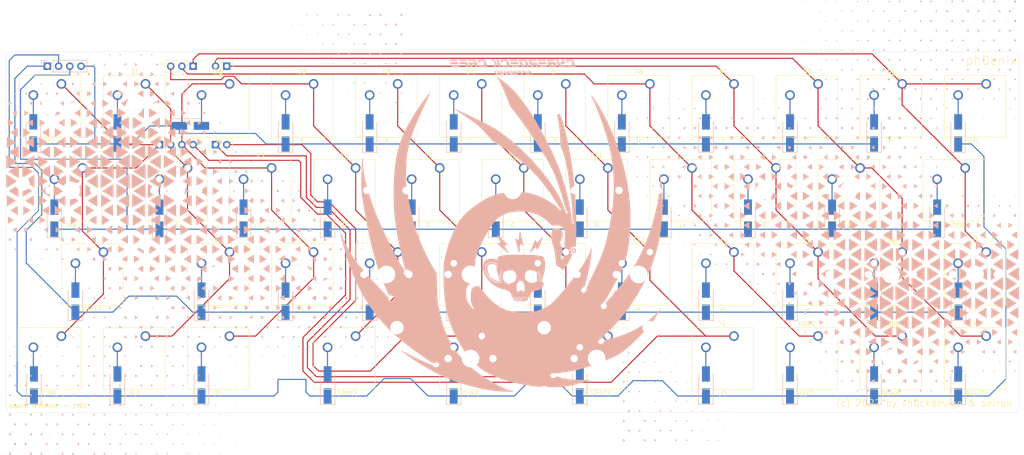
<source format=kicad_pcb>
(kicad_pcb (version 20211014) (generator pcbnew)
  (title_block (title "ph0enix") (date "2022-06-21") (rev "1.01") (company "sh0ckdesign") (comment 1 "with help from pelrun"))
  (layers (0 "F.Cu" signal) (31 "B.Cu" signal) (34 "B.Paste" user) (35 "F.Paste" user) (36 "B.SilkS" user "B.Silkscreen") (37 "F.SilkS" user "F.Silkscreen") (38 "B.Mask" user) (39 "F.Mask" user) (44 "Edge.Cuts" user))
  (net 0 "")
  (net 1 "/Row_0")
  (net 2 "/Row_1")
  (net 3 "/Row_2")
  (net 4 "/Row_3")
  (net 5 "/Col_0")
  (net 6 "/Col_1")
  (net 7 "/Col_2")
  (net 8 "/Col_3")
  (net 9 "/Col_4")
  (net 10 "/Col_5")
  (net 11 "/Col_6")
  (net 12 "/Col_7")
  (net 13 "/Col_8")
  (net 14 "/Col_9")
  (net 15 "/Col_10")
  (net 16 "Net-(D0-Pad2)")
  (net 17 "Net-(D1-Pad2)")
  (net 18 "Net-(D2-Pad2)")
  (net 19 "Net-(D3-Pad2)")
  (net 20 "Net-(D4-Pad2)")
  (net 21 "Net-(D5-Pad2)")
  (net 22 "Net-(D6-Pad2)")
  (net 23 "Net-(D7-Pad2)")
  (net 24 "Net-(D8-Pad2)")
  (net 25 "Net-(D9-Pad2)")
  (net 26 "Net-(D10-Pad2)")
  (net 27 "Net-(D11-Pad2)")
  (net 28 "Net-(D12-Pad2)")
  (net 29 "Net-(D13-Pad2)")
  (net 30 "Net-(D14-Pad2)")
  (net 31 "Net-(D15-Pad2)")
  (net 32 "Net-(D16-Pad2)")
  (net 33 "Net-(D17-Pad2)")
  (net 34 "Net-(D18-Pad2)")
  (net 35 "Net-(D19-Pad2)")
  (net 36 "Net-(D20-Pad2)")
  (net 37 "Net-(D21-Pad2)")
  (net 38 "Net-(D22-Pad2)")
  (net 39 "Net-(D23-Pad2)")
  (net 40 "Net-(D24-Pad2)")
  (net 41 "Net-(D25-Pad2)")
  (net 42 "Net-(D26-Pad2)")
  (net 43 "Net-(D27-Pad2)")
  (net 44 "Net-(D28-Pad2)")
  (net 45 "Net-(D29-Pad2)")
  (net 46 "Net-(D30-Pad2)")
  (net 47 "Net-(D31-Pad2)")
  (net 48 "Net-(D32-Pad2)")
  (net 49 "Net-(D33-Pad2)")
  (net 50 "Net-(D34-Pad2)")
  (net 51 "Net-(D35-Pad2)")
  (net 52 "Net-(D36-Pad2)")
  (net 53 "Net-(D37-Pad2)")
  (net 54 "Net-(D38-Pad2)")
  (net 55 "Net-(D39-Pad2)")
  (net 56 "Net-(D40-Pad2)")
  (net 57 "Net-(D41-Pad2)")
  (net 58 "Net-(D42-Pad2)")
  (net 59 "Net-(D43-Pad2)")
  (footprint "Button_Switch_Keyboard:SW_Cherry_MX_1.00u_PCB" (layer "F.Cu") (at 109.855 119.84)
    (fp_text reference "`~")
    (fp_text value "KEYSW")
  )
  (footprint "MountingHole:MountingHole_3.2mm_M3_DIN965" (layer "F.Cu") (at 101.092 142.494)
    (fp_text reference "H2" hide)
    (fp_text value "MountingHole")
  )
  (footprint "MountingHole:MountingHole_3.2mm_M3_DIN965" (layer "F.Cu") (at 322.834 142.24)
    (fp_text reference "H1" hide)
    (fp_text value "MountingHole")
  )
  (footprint "Button_Switch_Keyboard:SW_Cherry_MX_1.00u_PCB" (layer "F.Cu") (at 128.905 119.84)
    (fp_text reference "1!")
    (fp_text value "KEYSW")
  )
  (footprint "Connector_PinHeader_2.54mm:PinHeader_1x02_P2.54mm_Vertical" (layer "F.Cu") (at 144.78 133.604 90)
    (fp_text reference "REF**" hide)
    (fp_text value "PinHeader_1x02_P2.54mm_Vertical" hide)
  )
  (footprint "Button_Switch_Keyboard:SW_Cherry_MX_1.00u_PCB" (layer "F.Cu") (at 319.405 119.84)
    (fp_text reference "DEL")
    (fp_text value "KEYSW")
  )
  (footprint "Button_Switch_Keyboard:SW_Cherry_MX_1.00u_PCB" (layer "F.Cu") (at 195.58 138.89)
    (fp_text reference "F7")
    (fp_text value "KEYSW")
  )
  (footprint "Button_Switch_Keyboard:SW_Cherry_MX_1.00u_PCB" (layer "F.Cu") (at 252.73 138.89)
    (fp_text reference "J")
    (fp_text value "KEYSW")
  )
  (footprint "Button_Switch_Keyboard:SW_Cherry_MX_1.00u_PCB" (layer "F.Cu") (at 300.355 157.94)
    (fp_text reference "UP")
    (fp_text value "KEYSW")
  )
  (footprint "Button_Switch_Keyboard:SW_Cherry_MX_1.00u_PCB" (layer "F.Cu") (at 300.355 119.84)
    (fp_text reference "0)")
    (fp_text value "KEYSW")
  )
  (footprint "Button_Switch_Keyboard:SW_Cherry_MX_1.00u_PCB" (layer "F.Cu") (at 186.055 119.84)
    (fp_text reference "4$")
    (fp_text value "KEYSW")
  )
  (footprint "Button_Switch_Keyboard:SW_Cherry_MX_1.00u_PCB" (layer "F.Cu") (at 262.255 157.94)
    (fp_text reference "M")
    (fp_text value "KEYSW")
  )
  (footprint "Button_Switch_Keyboard:SW_Cherry_MX_1.00u_PCB" (layer "F.Cu") (at 205.105 157.94)
    (fp_text reference "F8")
    (fp_text value "KEYSW")
  )
  (footprint "Button_Switch_Keyboard:SW_Cherry_MX_1.00u_PCB" (layer "F.Cu") (at 271.78 138.89)
    (fp_text reference "K")
    (fp_text value "KEYSW")
  )
  (footprint "Button_Switch_Keyboard:SW_Cherry_MX_2.00u_PCB" (layer "F.Cu") (at 233.68 176.99)
    (fp_text reference "R SPACE")
    (fp_text value "KEYSW")
  )
  (footprint "Button_Switch_Keyboard:SW_Cherry_MX_1.00u_PCB" (layer "F.Cu") (at 281.305 119.84)
    (fp_text reference "9(")
    (fp_text value "KEYSW")
  )
  (footprint "Button_Switch_Keyboard:SW_Cherry_MX_1.00u_PCB" (layer "F.Cu") (at 233.68 138.89)
    (fp_text reference "F11")
    (fp_text value "KEYSW")
  )
  (footprint "Button_Switch_Keyboard:SW_Cherry_MX_1.00u_PCB" (layer "F.Cu") (at 176.53 138.89)
    (fp_text reference "F5")
    (fp_text value "KEYSW")
  )
  (footprint "Button_Switch_Keyboard:SW_Cherry_MX_1.00u_PCB" (layer "F.Cu") (at 138.43 138.89)
    (fp_text reference "F1")
    (fp_text value "KEYSW")
  )
  (footprint "Connector_PinHeader_2.54mm:PinHeader_1x04_P2.54mm_Vertical" (layer "F.Cu") (at 132.08 133.604 90)
    (fp_text reference "REF**" hide)
    (fp_text value "PinHeader_1x04_P2.54mm_Vertical" hide)
  )
  (footprint "Button_Switch_Keyboard:SW_Cherry_MX_1.50u_PCB" (layer "F.Cu") (at 114.6175 138.89)
    (fp_text reference "TAB")
    (fp_text value "KEYSW")
  )
  (footprint "Button_Switch_Keyboard:SW_Cherry_MX_1.00u_PCB" (layer "F.Cu") (at 186.055 157.94)
    (fp_text reference "F6")
    (fp_text value "KEYSW")
  )
  (footprint "Button_Switch_Keyboard:SW_Cherry_MX_1.00u_PCB" (layer "F.Cu") (at 281.305 176.99)
    (fp_text reference "LEFT")
    (fp_text value "KEYSW")
  )
  (footprint "Button_Switch_Keyboard:SW_Cherry_MX_1.00u_PCB" (layer "F.Cu") (at 147.955 119.84)
    (fp_text reference "2@")
    (fp_text value "KEYSW")
  )
  (footprint "Button_Switch_Keyboard:SW_Cherry_MX_1.00u_PCB" (layer "F.Cu") (at 167.005 119.84)
    (fp_text reference "3#")
    (fp_text value "KEYSW")
  )
  (footprint "Button_Switch_Keyboard:SW_Cherry_MX_1.00u_PCB" (layer "F.Cu") (at 214.63 138.89)
    (fp_text reference "F9")
    (fp_text value "KEYSW")
  )
  (footprint "Button_Switch_Keyboard:SW_Cherry_MX_1.00u_PCB" (layer "F.Cu") (at 147.955 157.94)
    (fp_text reference "F2")
    (fp_text value "KEYSW")
  )
  (footprint "Button_Switch_Keyboard:SW_Cherry_MX_1.00u_PCB" (layer "F.Cu") (at 290.83 138.89)
    (fp_text reference "L")
    (fp_text value "KEYSW")
  )
  (footprint "Button_Switch_Keyboard:SW_Cherry_MX_1.00u_PCB" (layer "F.Cu") (at 157.48 138.89)
    (fp_text reference "F3")
    (fp_text value "KEYSW")
  )
  (footprint "Button_Switch_Keyboard:SW_Cherry_MX_2.00u_PCB" (layer "F.Cu") (at 119.38 157.94)
    (fp_text reference "SHIFT")
    (fp_text value "KEYSW")
  )
  (footprint "Connector_PinHeader_2.54mm:PinHeader_1x03_P2.54mm_Vertical" (layer "F.Cu") (at 139.7 115.824 -90)
    (fp_text reference "REF**" hide)
    (fp_text value "PinHeader_1x03_P2.54mm_Vertical" hide)
  )
  (footprint "Button_Switch_Keyboard:SW_Cherry_MX_1.00u_PCB" (layer "F.Cu") (at 243.205 119.84)
    (fp_text reference "7&")
    (fp_text value "KEYSW")
  )
  (footprint "Button_Switch_Keyboard:SW_Cherry_MX_1.00u_PCB" (layer "F.Cu") (at 224.155 157.94)
    (fp_text reference "F10")
    (fp_text value "KEYSW")
  )
  (footprint "Button_Switch_Keyboard:SW_Cherry_MX_1.00u_PCB" (layer "F.Cu") (at 319.405 176.99)
    (fp_text reference "RIGHT")
    (fp_text value "KEYSW")
  )
  (footprint "Button_Switch_Keyboard:SW_Cherry_MX_1.00u_PCB" (layer "F.Cu") (at 262.255 119.84)
    (fp_text reference "8*")
    (fp_text value "KEYSW")
  )
  (footprint "Button_Switch_Keyboard:SW_Cherry_MX_1.00u_PCB" (layer "F.Cu") (at 319.405 157.94)
    (fp_text reference "]}")
    (fp_text value "KEYSW")
  )
  (footprint "Button_Switch_Keyboard:SW_Cherry_MX_1.00u_PCB" (layer "F.Cu") (at 205.105 119.84)
    (fp_text reference "5%")
    (fp_text value "KEYSW")
  )
  (footprint "Connector_PinHeader_2.54mm:PinHeader_1x02_P2.54mm_Vertical" (layer "F.Cu") (at 147.32 115.824 -90)
    (fp_text reference "REF**" hide)
    (fp_text value "PinHeader_1x02_P2.54mm_Vertical" hide)
  )
  (footprint "Button_Switch_Keyboard:SW_Cherry_MX_1.00u_PCB" (layer "F.Cu") (at 167.005 157.94)
    (fp_text reference "F4")
    (fp_text value "KEYSW")
  )
  (footprint "Button_Switch_Keyboard:SW_Cherry_MX_1.00u_PCB" (layer "F.Cu") (at 147.955 176.99)
    (fp_text reference "OS")
    (fp_text value "KEYSW")
  )
  (footprint "Button_Switch_Keyboard:SW_Cherry_MX_1.50u_PCB" (layer "F.Cu") (at 314.6425 138.89)
    (fp_text reference "ENTER")
    (fp_text value "KEYSW")
  )
  (footprint "Button_Switch_Keyboard:SW_Cherry_MX_1.00u_PCB" (layer "F.Cu") (at 243.205 157.94)
    (fp_text reference "F12")
    (fp_text value "KEYSW")
  )
  (footprint "Button_Switch_Keyboard:SW_Cherry_MX_1.00u_PCB" (layer "F.Cu") (at 281.305 157.94)
    (fp_text reference "[{")
    (fp_text value "KEYSW")
  )
  (footprint "Button_Switch_Keyboard:SW_Cherry_MX_1.00u_PCB" (layer "F.Cu") (at 205.105 176.99)
    (fp_text reference "FUNC")
    (fp_text value "KEYSW")
  )
  (footprint "Button_Switch_Keyboard:SW_Cherry_MX_1.00u_PCB" (layer "F.Cu") (at 262.255 176.99)
    (fp_text reference "\\|")
    (fp_text value "KEYSW")
  )
  (footprint "Button_Switch_Keyboard:SW_Cherry_MX_1.00u_PCB" (layer "F.Cu") (at 300.355 176.99)
    (fp_text reference "DOWN")
    (fp_text value "KEYSW")
  )
  (footprint "Button_Switch_Keyboard:SW_Cherry_MX_1.00u_PCB" (layer "F.Cu") (at 109.855 176.99)
    (fp_text reference "CTRL")
    (fp_text value "KEYSW")
  )
  (footprint "Button_Switch_Keyboard:SW_Cherry_MX_2.00u_PCB" (layer "F.Cu") (at 176.53 176.99)
    (fp_text reference "L SPACE")
    (fp_text value "KEYSW")
  )
  (footprint "Button_Switch_Keyboard:SW_Cherry_MX_1.00u_PCB" (layer "F.Cu") (at 128.905 176.99)
    (fp_text reference "ALT")
    (fp_text value "KEYSW")
  )
  (footprint "Button_Switch_Keyboard:SW_Cherry_MX_1.00u_PCB" (layer "F.Cu") (at 224.155 119.84)
    (fp_text reference "6^")
    (fp_text value "KEYSW")
  )
  (footprint "Diode_SMD:D_SMA_Handsoldering" (layer "B.Cu") (at 103.485999 130.94406 90)
    (fp_text reference locked "D0" hide)
    (fp_text value "D")
  )
  (footprint "Diode_SMD:D_SMA_Handsoldering" (layer "B.Cu") (at 208.28 150.265052 90)
    (fp_text reference "D17" hide)
    (fp_text value "D")
  )
  (footprint "Graphics:Dither" (layer "B.Cu") (at 147.067227 153.939264)
    (fp_text reference "G***" hide)
    (fp_text value "LOGO" hide)
  )
  (footprint "Diode_SMD:D_SMA_Handsoldering" (layer "B.Cu") (at 139.087092 129.35556)
    (fp_text reference "D2" hide)
    (fp_text value "D")
  )
  (footprint "Diode_SMD:D_SMA_Handsoldering" (layer "B.Cu") (at 103.63577 188.059831 90)
    (fp_text reference locked "D34" hide)
    (fp_text value "D")
  )
  (footprint "Diode_SMD:D_SMA_Handsoldering" (layer "B.Cu") (at 274.955 169.05765 90)
    (fp_text reference "D31" hide)
    (fp_text value "D")
  )
  (footprint "Diode_SMD:D_SMA_Handsoldering" (layer "B.Cu") (at 274.955 188.059831 90)
    (fp_text reference "D41" hide)
    (fp_text value "D")
  )
  (footprint "Diode_SMD:D_SMA_Handsoldering" (layer "B.Cu") (at 227.33 188.059831 90)
    (fp_text reference "D39" hide)
    (fp_text value "D")
  )
  (footprint "Diode_SMD:D_SMA_Handsoldering" (layer "B.Cu") (at 236.855 130.94406 90)
    (fp_text reference "D7" hide)
    (fp_text value "D")
  )
  (footprint "Diode_SMD:D_SMA_Handsoldering" (layer "B.Cu") (at 122.555 188.059831 90)
    (fp_text reference "D35" hide)
    (fp_text value "D")
  )
  (footprint "Graphics:Dither" (layer "B.Cu") (at 277.114 150.860737 180)
    (fp_text reference "G***" hide)
    (fp_text value "LOGO" hide)
  )
  (footprint "Diode_SMD:D_SMA_Handsoldering" (layer "B.Cu") (at 198.755 169.05765 90)
    (fp_text reference "D27" hide)
    (fp_text value "D")
  )
  (footprint "Diode_SMD:D_SMA_Handsoldering" (layer "B.Cu") (at 284.48 150.265052 90)
    (fp_text reference "D21" hide)
    (fp_text value "D")
  )
  (footprint "Diode_SMD:D_SMA_Handsoldering" (layer "B.Cu") (at 227.33 150.265052 90)
    (fp_text reference "D18" hide)
    (fp_text value "D")
  )
  (footprint "Diode_SMD:D_SMA_Handsoldering" (layer "B.Cu") (at 255.905 188.059831 90)
    (fp_text reference "D40" hide)
    (fp_text value "D")
  )
  (footprint "Diode_SMD:D_SMA_Handsoldering" (layer "B.Cu") (at 313.144667 169.05765 90)
    (fp_text reference "D33" hide)
    (fp_text value "D")
  )
  (footprint "Diode_SMD:D_SMA_Handsoldering" (layer "B.Cu") (at 170.18 188.059831 90)
    (fp_text reference "D37" hide)
    (fp_text value "D")
  )
  (footprint "Diode_SMD:D_SMA_Handsoldering" (layer "B.Cu") (at 294.005 169.05765 90)
    (fp_text reference "D32" hide)
    (fp_text value "D")
  )
  (footprint "Diode_SMD:D_SMA_Handsoldering" (layer "B.Cu") (at 198.755 130.94406 90)
    (fp_text reference "D5" hide)
    (fp_text value "D")
  )
  (footprint "Diode_SMD:D_SMA_Handsoldering" (layer "B.Cu") (at 217.805 130.94406 90)
    (fp_text reference "D6" hide)
    (fp_text value "D")
  )
  (footprint "Diode_SMD:D_SMA_Handsoldering" (layer "B.Cu") (at 236.855 169.05765 90)
    (fp_text reference "D29" hide)
    (fp_text value "D")
  )
  (footprint "Diode_SMD:D_SMA_Handsoldering" (layer "B.Cu") (at 255.905 130.94406 90)
    (fp_text reference "D8" hide)
    (fp_text value "D")
  )
  (footprint "Diode_SMD:D_SMA_Handsoldering" (layer "B.Cu") (at 294.005 130.94406 90)
    (fp_text reference "D10" hide)
    (fp_text value "D")
  )
  (footprint "Diode_SMD:D_SMA_Handsoldering" (layer "B.Cu") (at 160.655 169.05765 90)
    (fp_text reference "D25" hide)
    (fp_text value "D")
  )
  (footprint "Connector_PinHeader_2.54mm:PinHeader_1x04_P2.54mm_Vertical" (layer "B.Cu") (at 106.68 115.824 -90)
    (fp_text reference "REF**" hide)
    (fp_text value "PinHeader_1x04_P2.54mm_Vertical" hide)
  )
  (footprint "Diode_SMD:D_SMA_Handsoldering" (layer "B.Cu") (at 179.705 130.94406 90)
    (fp_text reference "D4" hide)
    (fp_text value "D")
  )
  (footprint "Diode_SMD:D_SMA_Handsoldering" (layer "B.Cu") (at 294.005 188.059831 90)
    (fp_text reference "D42" hide)
    (fp_text value "D")
  )
  (footprint "Diode_SMD:D_SMA_Handsoldering" (layer "B.Cu") (at 308.2925 150.265052 90)
    (fp_text reference "D22" hide)
    (fp_text value "D")
  )
  (footprint "Diode_SMD:D_SMA_Handsoldering" (layer "B.Cu") (at 108.253648 150.265052 90)
    (fp_text reference "D12" hide)
    (fp_text value "D")
  )
  (footprint "Diode_SMD:D_SMA_Handsoldering" (layer "B.Cu") (at 217.805 169.05765 90)
    (fp_text reference "D28" hide)
    (fp_text value "D")
  )
  (footprint "Diode_SMD:D_SMA_Handsoldering" (layer "B.Cu") (at 160.655 130.94406 90)
    (fp_text reference "D3" hide)
    (fp_text value "D")
  )
  (footprint "Diode_SMD:D_SMA_Handsoldering" (layer "B.Cu") (at 151.13 150.265052 90)
    (fp_text reference "D14" hide)
    (fp_text value "D")
  )
  (footprint "Diode_SMD:D_SMA_Handsoldering" (layer "B.Cu") (at 274.955 130.94406 90)
    (fp_text reference "D9" hide)
    (fp_text value "D")
  )
  (footprint "Diode_SMD:D_SMA_Handsoldering" (layer "B.Cu") (at 170.18 150.265052 90)
    (fp_text reference "D15" hide)
    (fp_text value "D")
  )
  (footprint "Graphics:ph0enix" (layer "B.Cu") (at 209.494402 153.810626 180)
    (fp_text reference "G***" hide)
    (fp_text value "LOGO" hide)
  )
  (footprint "Diode_SMD:D_SMA_Handsoldering" (layer "B.Cu") (at 132.08 150.265052 90)
    (fp_text reference "D13" hide)
    (fp_text value "D")
  )
  (footprint "Diode_SMD:D_SMA_Handsoldering" (layer "B.Cu") (at 255.905 169.05765 90)
    (fp_text reference "D30" hide)
    (fp_text value "D")
  )
  (footprint "Diode_SMD:D_SMA_Handsoldering" (layer "B.Cu") (at 179.705 169.05765 90)
    (fp_text reference "D26" hide)
    (fp_text value "D")
  )
  (footprint "Graphics:Cyberdeck_Cafe_Approved_Small" (layer "B.Cu") (at 211.874835 115.900028 180)
    (fp_text reference "G***" hide)
    (fp_text value "LOGO" hide)
  )
  (footprint "Diode_SMD:D_SMA_Handsoldering" (layer "B.Cu") (at 113.03 169.05765 90)
    (fp_text reference "D23" hide)
    (fp_text value "D")
  )
  (footprint "Diode_SMD:D_SMA_Handsoldering" (layer "B.Cu") (at 265.43 150.265052 90)
    (fp_text reference "D20" hide)
    (fp_text value "D")
  )
  (footprint "Diode_SMD:D_SMA_Handsoldering" (layer "B.Cu") (at 246.38 150.265052 90)
    (fp_text reference "D19" hide)
    (fp_text value "D")
  )
  (footprint "Graphics:Cyberdeck_Skull_Small" (layer "B.Cu") (at 212.580149 161.392746 180)
    (fp_text reference "G***" hide)
    (fp_text value "LOGO" hide)
  )
  (footprint "Diode_SMD:D_SMA_Handsoldering" (layer "B.Cu") (at 313.055 130.94406 90)
    (fp_text reference "D11" hide)
    (fp_text value "D")
  )
  (footprint "Diode_SMD:D_SMA_Handsoldering" (layer "B.Cu") (at 313.055 188.059831 90)
    (fp_text reference "D43" hide)
    (fp_text value "D")
  )
  (footprint "Diode_SMD:D_SMA_Handsoldering" (layer "B.Cu") (at 189.23 150.265052 90)
    (fp_text reference "D16" hide)
    (fp_text value "D")
  )
  (footprint "Diode_SMD:D_SMA_Handsoldering" (layer "B.Cu") (at 141.605 169.05765 90)
    (fp_text reference "D24" hide)
    (fp_text value "D")
  )
  (footprint "Diode_SMD:D_SMA_Handsoldering" (layer "B.Cu") (at 122.555 130.94406 90)
    (fp_text reference "D1" hide)
    (fp_text value "D")
  )
  (footprint "Diode_SMD:D_SMA_Handsoldering" (layer "B.Cu") (at 141.605 188.059831 90)
    (fp_text reference "D36" hide)
    (fp_text value "D")
  )
  (footprint "Diode_SMD:D_SMA_Handsoldering" (layer "B.Cu") (at 198.755 188.059831 90)
    (fp_text reference "D38" hide)
    (fp_text value "D")
  )
  (gr_line (start 97.282 113.538) (end 97.282 193.294) (layer "Edge.Cuts") (width 0.05))
  (gr_arc (start 97.282 113.538) (mid 97.57958 112.81958) (end 98.298 112.522) (layer "Edge.Cuts") (width 0.05))
  (gr_arc (start 325.882 112.522) (mid 326.60042 112.81958) (end 326.898 113.538) (layer "Edge.Cuts") (width 0.05))
  (gr_line (start 98.298 112.522) (end 325.882 112.522) (layer "Edge.Cuts") (width 0.05))
  (gr_line (start 326.898 113.538) (end 326.898 193.294) (layer "Edge.Cuts") (width 0.05))
  (gr_line (start 325.882 194.31) (end 98.298 194.31) (layer "Edge.Cuts") (width 0.05))
  (gr_arc (start 326.898 193.294) (mid 326.60042 194.01242) (end 325.882 194.31) (layer "Edge.Cuts") (width 0.05))
  (gr_arc (start 98.298 194.31) (mid 97.57958 194.01242) (end 97.282 193.294) (layer "Edge.Cuts") (width 0.05))
  (gr_text "board revision  - 1.01" (at 106.934 192.786) (layer "F.SilkS") (effects (font (size 1 1))))
  (gr_text "-_" (at 250.19 135.636) (layer "F.SilkS") (effects (font (size 1 1))))
  (gr_text "PGDN" (at 297.942 174.244) (layer "F.SilkS") (effects (font (size 1 1))))
  (gr_text "'{dblquote}" (at 288.29 136.144) (layer "F.SilkS") (effects (font (size 1 1))))
  (gr_text "END" (at 316.992 174.244) (layer "F.SilkS") (effects (font (size 1 1))))
  (gr_text "ESC" (at 107.3 132.83) (layer "F.SilkS") (effects (font (size 1 1))))
  (gr_text "G" (at 212.13 151.88) (layer "F.SilkS") (effects (font (size 1 1))))
  (gr_text "HOME" (at 278.892 174.244) (layer "F.SilkS") (effects (font (size 1 1))))
  (gr_text "Q" (at 126.17 132.76) (layer "F.SilkS") (effects (font (size 1 1))))
  (gr_text "N" (at 240.57 170.94) (layer "F.SilkS") (effects (font (size 1 1))))
  (gr_text ";:" (at 269.24 135.89) (layer "F.SilkS") (effects (font (size 1 1))))
  (gr_text "Y" (at 221.61 132.85) (layer "F.SilkS") (effects (font (size 1 1))))
  (gr_text "B" (at 221.59 170.94) (layer "F.SilkS") (effects (font (size 1 1))))
  (gr_text "S" (at 154.91 151.88) (layer "F.SilkS") (effects (font (size 1 1))))
  (gr_text "H" (at 231.12 151.81) (layer "F.SilkS") (effects (font (size 1 1))))
  (gr_text ",<" (at 278.82 170.87) (layer "F.SilkS") (effects (font (size 1 1))))
  (gr_text "W" (at 145.34 132.76) (layer "F.SilkS") (effects (font (size 1 1))))
  (gr_text "A" (at 135.95 151.81) (layer "F.SilkS") (effects (font (size 1 1))))
  (gr_text "E" (at 164.42 132.76) (layer "F.SilkS") (effects (font (size 1 1))))
  (gr_text "PGUP" (at 297.942 155.194) (layer "F.SilkS") (effects (font (size 1 1))))
  (gr_text "ph0enix" (at 320.548 114.554) (layer "F.SilkS") (effects (font (size 2 2))))
  (gr_text "X" (at 164.43 170.87) (layer "F.SilkS") (effects (font (size 1 1))))
  (gr_text "T" (at 202.49 132.83) (layer "F.SilkS") (effects (font (size 1 1))))
  (gr_text "Z" (at 145.45 170.94) (layer "F.SilkS") (effects (font (size 1 1))))
  (gr_text "F" (at 193.08 151.88) (layer "F.SilkS") (effects (font (size 1 1))))
  (gr_text ".>" (at 316.86 170.73) (layer "F.SilkS") (effects (font (size 1 1))))
  (gr_text "U" (at 240.64 132.85) (layer "F.SilkS") (effects (font (size 1 1))))
  (gr_text "P" (at 297.69 132.83) (layer "F.SilkS") (effects (font (size 1 1))))
  (gr_text "(c) 2022 by sh0ckdesign & pelrun" (at 305.328869 192.162046) (layer "F.SilkS") (effects (font (size 1.5 1.5))))
  (gr_text "/?" (at 259.842 189.992) (layer "F.SilkS") (effects (font (size 1 1))))
  (gr_text "C" (at 183.42 170.87) (layer "F.SilkS") (effects (font (size 1 1))))
  (gr_text "V" (at 202.47 170.94) (layer "F.SilkS") (effects (font (size 1 1))))
  (gr_text "=+" (at 259.842 155.194) (layer "F.SilkS") (effects (font (size 1 1))))
  (gr_text "R" (at 183.51 132.76) (layer "F.SilkS") (effects (font (size 1 1))))
  (gr_text "I" (at 259.76 132.76) (layer "F.SilkS") (effects (font (size 1 1))))
  (gr_text "D" (at 173.96 151.88) (layer "F.SilkS") (effects (font (size 1 1))))
  (gr_text "O" (at 278.71 132.76) (layer "F.SilkS") (effects (font (size 1 1))))
  (segment (start 136.587092 129.35556) (end 129.867561 129.35556) (width 0.25) (layer "B.Cu") (net 1))
  (segment (start 117.416 116.146) (end 117.416 133.366117) (width 0.25) (layer "B.Cu") (net 1))
  (segment (start 294.005 133.44406) (end 274.955 133.44406) (width 0.25) (layer "B.Cu") (net 1))
  (segment (start 117.094 115.824) (end 117.416 116.146) (width 0.25) (layer "B.Cu") (net 1))
  (segment (start 217.805 133.44406) (end 198.755 133.44406) (width 0.25) (layer "B.Cu") (net 1))
  (segment (start 236.855 133.44406) (end 217.805 133.44406) (width 0.25) (layer "B.Cu") (net 1))
  (segment (start 274.955 133.44406) (end 255.905 133.44406) (width 0.25) (layer "B.Cu") (net 1))
  (segment (start 114.3 115.824) (end 117.094 115.824) (width 0.25) (layer "B.Cu") (net 1))
  (segment (start 136.564769 131.068648) (end 136.587092 131.046325) (width 0.25) (layer "B.Cu") (net 1))
  (segment (start 179.705 133.44406) (end 160.655 133.44406) (width 0.25) (layer "B.Cu") (net 1))
  (segment (start 255.905 133.44406) (end 236.855 133.44406) (width 0.25) (layer "B.Cu") (net 1))
  (segment (start 160.655 133.44406) (end 156.226801 133.44406) (width 0.25) (layer "B.Cu") (net 1))
  (segment (start 198.755 133.44406) (end 179.705 133.44406) (width 0.25) (layer "B.Cu") (net 1))
  (segment (start 136.587092 131.046325) (end 136.587092 129.35556) (width 0.25) (layer "B.Cu") (net 1))
  (segment (start 117.416 133.366117) (end 117.493943 133.44406) (width 0.25) (layer "B.Cu") (net 1))
  (segment (start 129.867561 129.35556) (end 125.779061 133.44406) (width 0.25) (layer "B.Cu") (net 1))
  (segment (start 122.555 133.44406) (end 117.493943 133.44406) (width 0.25) (layer "B.Cu") (net 1))
  (segment (start 117.493943 133.44406) (end 103.485999 133.44406) (width 0.25) (layer "B.Cu") (net 1))
  (segment (start 125.779061 133.44406) (end 122.555 133.44406) (width 0.25) (layer "B.Cu") (net 1))
  (segment (start 156.226801 133.44406) (end 153.85139 131.068648) (width 0.25) (layer "B.Cu") (net 1))
  (segment (start 153.85139 131.068648) (end 136.564769 131.068648) (width 0.25) (layer "B.Cu") (net 1))
  (segment (start 124.714 152.676277) (end 124.802775 152.765052) (width 0.25) (layer "B.Cu") (net 2))
  (segment (start 124.714 149.5843) (end 124.714 152.676277) (width 0.25) (layer "B.Cu") (net 2))
  (segment (start 111.76 117.856) (end 103.886 117.856) (width 0.25) (layer "B.Cu") (net 2))
  (segment (start 100.71391 136.924296) (end 124.728296 136.924296) (width 0.25) (layer "B.Cu") (net 2))
  (segment (start 132.08 152.765052) (end 151.13 152.765052) (width 0.25) (layer "B.Cu") (net 2))
  (segment (start 100.584 136.794386) (end 100.71391 136.924296) (width 0.25) (layer "B.Cu") (net 2))
  (segment (start 124.802775 152.765052) (end 132.08 152.765052) (width 0.25) (layer "B.Cu") (net 2))
  (segment (start 246.38 152.765052) (end 227.33 152.765052) (width 0.25) (layer "B.Cu") (net 2))
  (segment (start 189.23 152.765052) (end 170.18 152.765052) (width 0.25) (layer "B.Cu") (net 2))
  (segment (start 265.43 152.765052) (end 246.38 152.765052) (width 0.25) (layer "B.Cu") (net 2))
  (segment (start 227.33 152.765052) (end 208.28 152.765052) (width 0.25) (layer "B.Cu") (net 2))
  (segment (start 124.728296 149.570004) (end 124.714 149.5843) (width 0.25) (layer "B.Cu") (net 2))
  (segment (start 103.886 117.856) (end 100.584 121.158) (width 0.25) (layer "B.Cu") (net 2))
  (segment (start 108.253648 152.765052) (end 124.802775 152.765052) (width 0.25) (layer "B.Cu") (net 2))
  (segment (start 208.28 152.765052) (end 189.23 152.765052) (width 0.25) (layer "B.Cu") (net 2))
  (segment (start 284.48 152.765052) (end 265.43 152.765052) (width 0.25) (layer "B.Cu") (net 2))
  (segment (start 124.714 146.775924) (end 124.714 149.5843) (width 0.25) (layer "B.Cu") (net 2))
  (segment (start 124.728296 136.924296) (end 124.728296 149.570004) (width 0.25) (layer "B.Cu") (net 2))
  (segment (start 100.584 121.158) (end 100.584 136.794386) (width 0.25) (layer "B.Cu") (net 2))
  (segment (start 170.18 152.765052) (end 151.13 152.765052) (width 0.25) (layer "B.Cu") (net 2))
  (segment (start 111.76 115.824) (end 111.76 117.856) (width 0.25) (layer "B.Cu") (net 2))
  (segment (start 124.714 146.775924) (end 124.714 148.962) (width 0.25) (layer "B.Cu") (net 2))
  (segment (start 308.2925 152.765052) (end 284.48 152.765052) (width 0.25) (layer "B.Cu") (net 2))
  (segment (start 113.03 171.55765) (end 121.531048 171.55765) (width 0.25) (layer "B.Cu") (net 3))
  (segment (start 255.905 171.55765) (end 274.955 171.55765) (width 0.25) (layer "B.Cu") (net 3))
  (segment (start 121.531048 171.55765) (end 125.154 167.934698) (width 0.25) (layer "B.Cu") (net 3))
  (segment (start 274.955 171.55765) (end 294.005 171.55765) (width 0.25) (layer "B.Cu") (net 3))
  (segment (start 179.705 171.55765) (end 198.755 171.55765) (width 0.25) (layer "B.Cu") (net 3))
  (segment (start 101.896301 152.989629) (end 101.896301 160.423951) (width 0.25) (layer "B.Cu") (net 3))
  (segment (start 236.855 171.55765) (end 255.905 171.55765) (width 0.25) (layer "B.Cu") (net 3))
  (segment (start 217.805 171.55765) (end 236.855 171.55765) (width 0.25) (layer "B.Cu") (net 3))
  (segment (start 105.41 149.47593) (end 101.896301 152.989629) (width 0.25) (layer "B.Cu") (net 3))
  (segment (start 125.154 167.934698) (end 135.972095 167.934698) (width 0.25) (layer "B.Cu") (net 3))
  (segment (start 198.755 171.55765) (end 217.805 171.55765) (width 0.25) (layer "B.Cu") (net 3))
  (segment (start 141.605 171.55765) (end 160.655 171.55765) (width 0.25) (layer "B.Cu") (net 3))
  (segment (start 99.314 129.509588) (end 99.314 118.618) (width 0.25) (layer "B.Cu") (net 3))
  (segment (start 139.595047 171.55765) (end 141.605 171.55765) (width 0.25) (layer "B.Cu") (net 3))
  (segment (start 99.312293 137.765267) (end 99.312293 129.511295) (width 0.25) (layer "B.Cu") (net 3))
  (segment (start 105.41 149.47593) (end 105.41 139.392031) (width 0.25) (layer "B.Cu") (net 3))
  (segment (start 99.436881 137.889855) (end 99.312293 137.765267) (width 0.25) (layer "B.Cu") (net 3))
  (segment (start 99.314 118.618) (end 102.108 115.824) (width 0.25) (layer "B.Cu") (net 3))
  (segment (start 103.907824 137.889855) (end 99.436881 137.889855) (width 0.25) (layer "B.Cu") (net 3))
  (segment (start 99.312293 129.511295) (end 99.314 129.509588) (width 0.25) (layer "B.Cu") (net 3))
  (segment (start 101.896301 160.423951) (end 113.03 171.55765) (width 0.25) (layer "B.Cu") (net 3))
  (segment (start 135.972095 167.934698) (end 139.595047 171.55765) (width 0.25) (layer "B.Cu") (net 3))
  (segment (start 105.41 139.392031) (end 103.907824 137.889855) (width 0.25) (layer "B.Cu") (net 3))
  (segment (start 294.005 171.55765) (end 313.144667 171.55765) (width 0.25) (layer "B.Cu") (net 3))
  (segment (start 102.108 115.824) (end 106.68 115.824) (width 0.25) (layer "B.Cu") (net 3))
  (segment (start 160.655 171.55765) (end 179.705 171.55765) (width 0.25) (layer "B.Cu") (net 3))
  (segment (start 227.33 190.559831) (end 234.985247 190.559831) (width 0.25) (layer "B.Cu") (net 4))
  (segment (start 99.822 171.893366) (end 99.822 182.884955) (width 0.2) (layer "B.Cu") (net 4))
  (segment (start 122.555 190.559831) (end 103.63577 190.559831) (width 0.25) (layer "B.Cu") (net 4))
  (segment (start 182.993698 186.592751) (end 188.961869 186.592751) (width 0.25) (layer "B.Cu") (net 4))
  (segment (start 158.01086 190.574826) (end 158.919052 189.666634) (width 0.25) (layer "B.Cu") (net 4))
  (segment (start 313.055 190.559831) (end 320.006036 190.559831) (width 0.25) (layer "B.Cu") (net 4))
  (segment (start 166.184593 190.574826) (end 166.813341 190.574826) (width 0.25) (layer "B.Cu") (net 4))
  (segment (start 166.813341 190.574826) (end 166.828336 190.559831) (width 0.25) (layer "B.Cu") (net 4))
  (segment (start 98.044 114.554) (end 98.044 138.566354) (width 0.25) (layer "B.Cu") (net 4))
  (segment (start 249.513723 190.559831) (end 246.03567 187.081778) (width 0.25) (layer "B.Cu") (net 4))
  (segment (start 313.055 133.44406) (end 316.053724 133.44406) (width 0.25) (layer "B.Cu") (net 4))
  (segment (start 165.2764 186.802334) (end 165.2764 189.526911) (width 0.25) (layer "B.Cu") (net 4))
  (segment (start 99.822 153.387267) (end 99.822 171.893366) (width 0.2) (layer "B.Cu") (net 4))
  (segment (start 157.995865 190.559831) (end 158.01086 190.574826) (width 0.25) (layer "B.Cu") (net 4))
  (segment (start 316.053724 133.44406) (end 318.897 136.287336) (width 0.25) (layer "B.Cu") (net 4))
  (segment (start 246.03567 187.081778) (end 239.441354 187.081778) (width 0.25) (layer "B.Cu") (net 4))
  (segment (start 104.648 148.561267) (end 99.822 153.387267) (width 0.2) (layer "B.Cu") (net 4))
  (segment (start 109.22 113.284) (end 99.314 113.284) (width 0.25) (layer "B.Cu") (net 4))
  (segment (start 234.985247 190.559831) (end 236.103023 190.559831) (width 0.25) (layer "B.Cu") (net 4))
  (segment (start 98.222145 138.761973) (end 103.411677 138.761973) (width 0.25) (layer "B.Cu") (net 4))
  (segment (start 99.314 113.284) (end 98.044 114.554) (width 0.25) (layer "B.Cu") (net 4))
  (segment (start 103.411677 138.761973) (end 104.648 139.998296) (width 0.25) (layer "B.Cu") (net 4))
  (segment (start 165.2764 189.526911) (end 165.206539 189.596772) (width 0.25) (layer "B.Cu") (net 4))
  (segment (start 100.875378 190.559831) (end 103.63577 190.559831) (width 0.25) (layer "B.Cu") (net 4))
  (segment (start 98.035263 138.575091) (end 98.222145 138.761973) (width 0.25) (layer "B.Cu") (net 4))
  (segment (start 255.905 190.559831) (end 274.955 190.559831) (width 0.25) (layer "B.Cu") (net 4))
  (segment (start 225.593889 190.559831) (end 221.69667 186.662612) (width 0.25) (layer "B.Cu") (net 4))
  (segment (start 216.387237 186.662612) (end 212.490018 190.559831) (width 0.25) (layer "B.Cu") (net 4))
  (segment (start 166.828336 190.559831) (end 170.18 190.559831) (width 0.25) (layer "B.Cu") (net 4))
  (segment (start 216.387237 186.662612) (end 221.69667 186.662612) (width 0.25) (layer "B.Cu") (net 4))
  (segment (start 318.897 136.287336) (end 318.897 152.247958) (width 0.25) (layer "B.Cu") (net 4))
  (segment (start 318.897 152.273) (end 318.897 152.247958) (width 0.2) (layer "B.Cu") (net 4))
  (segment (start 158.919052 186.802334) (end 165.2764 186.802334) (width 0.25) (layer "B.Cu") (net 4))
  (segment (start 99.817408 182.889547) (end 99.817408 189.501861) (width 0.25) (layer "B.Cu") (net 4))
  (segment (start 122.555 190.559831) (end 141.605 190.559831) (width 0.25) (layer "B.Cu") (net 4))
  (segment (start 198.755 190.559831) (end 211.861269 190.559831) (width 0.25) (layer "B.Cu") (net 4))
  (segment (start 323.85 186.715867) (end 323.85 157.226) (width 0.2) (layer "B.Cu") (net 4))
  (segment (start 294.005 190.559831) (end 313.055 190.559831) (width 0.25) (layer "B.Cu") (net 4))
  (segment (start 98.044 138.566354) (end 98.035263 138.575091) (width 0.25) (layer "B.Cu") (net 4))
  (segment (start 235.963301 190.559831) (end 234.985247 190.559831) (width 0.25) (layer "B.Cu") (net 4))
  (segment (start 182.993698 186.592751) (end 179.026618 190.559831) (width 0.25) (layer "B.Cu") (net 4))
  (segment (start 274.955 190.559831) (end 294.005 190.559831) (width 0.25) (layer "B.Cu") (net 4))
  (segment (start 170.18 190.559831) (end 178.886896 190.559831) (width 0.25) (layer "B.Cu") (net 4))
  (segment (start 158.919052 189.666634) (end 158.919052 186.802334) (width 0.25) (layer "B.Cu") (net 4))
  (segment (start 226.182767 190.559831) (end 225.593889 190.559831) (width 0.25) (layer "B.Cu") (net 4))
  (segment (start 212.490018 190.559831) (end 211.861269 190.559831) (width 0.25) (layer "B.Cu") (net 4))
  (segment (start 179.026618 190.559831) (end 178.886896 190.559831) (width 0.25) (layer "B.Cu") (net 4))
  (segment (start 104.648 139.998296) (end 104.648 148.561267) (width 0.2) (layer "B.Cu") (net 4))
  (segment (start 165.206539 189.596772) (end 166.184593 190.574826) (width 0.25) (layer "B.Cu") (net 4))
  (segment (start 239.441354 187.081778) (end 235.963301 190.559831) (width 0.25) (layer "B.Cu") (net 4))
  (segment (start 99.817408 189.501861) (end 100.875378 190.559831) (width 0.25) (layer "B.Cu") (net 4))
  (segment (start 141.605 190.559831) (end 157.995865 190.559831) (width 0.25) (layer "B.Cu") (net 4))
  (segment (start 226.182767 190.559831) (end 227.33 190.559831) (width 0.25) (layer "B.Cu") (net 4))
  (segment (start 188.961869 186.592751) (end 192.928949 190.559831) (width 0.25) (layer "B.Cu") (net 4))
  (segment (start 192.928949 190.559831) (end 198.755 190.559831) (width 0.25) (layer "B.Cu") (net 4))
  (segment (start 323.85 157.226) (end 318.897 152.273) (width 0.2) (layer "B.Cu") (net 4))
  (segment (start 320.006036 190.559831) (end 323.85 186.715867) (width 0.25) (layer "B.Cu") (net 4))
  (segment (start 255.905 190.559831) (end 249.513723 190.559831) (width 0.25) (layer "B.Cu") (net 4))
  (segment (start 109.22 115.824) (end 109.22 113.284) (width 0.25) (layer "B.Cu") (net 4))
  (segment (start 99.822 182.884955) (end 99.817408 182.889547) (width 0.25) (layer "B.Cu") (net 4))
  (segment (start 126.794 138.89) (end 132.08 133.604) (width 0.25) (layer "F.Cu") (net 5))
  (segment (start 114.6175 138.89) (end 114.6175 153.1775) (width 0.25) (layer "F.Cu") (net 5))
  (segment (start 114.6175 138.89) (end 126.794 138.89) (width 0.25) (layer "F.Cu") (net 5))
  (segment (start 114.6175 153.1775) (end 119.38 157.94) (width 0.25) (layer "F.Cu") (net 5))
  (segment (start 123.619 133.604) (end 109.855 119.84) (width 0.25) (layer "F.Cu") (net 5))
  (segment (start 119.38 167.465) (end 109.855 176.99) (width 0.25) (layer "F.Cu") (net 5))
  (segment (start 119.38 157.94) (end 119.38 167.465) (width 0.25) (layer "F.Cu") (net 5))
  (segment (start 132.08 133.604) (end 123.619 133.604) (width 0.25) (layer "F.Cu") (net 5))
  (segment (start 134.62 135.08) (end 134.62 133.604) (width 0.25) (layer "F.Cu") (net 6))
  (segment (start 147.955 157.94) (end 147.955 163.957) (width 0.25) (layer "F.Cu") (net 6))
  (segment (start 138.43 138.89) (end 134.62 135.08) (width 0.25) (layer "F.Cu") (net 6))
  (segment (start 147.955 163.957) (end 134.922 176.99) (width 0.25) (layer "F.Cu") (net 6))
  (segment (start 134.62 133.604) (end 134.62 125.555) (width 0.25) (layer "F.Cu") (net 6))
  (segment (start 134.62 125.555) (end 128.905 119.84) (width 0.25) (layer "F.Cu") (net 6))
  (segment (start 134.922 176.99) (end 128.905 176.99) (width 0.25) (layer "F.Cu") (net 6))
  (segment (start 138.43 138.89) (end 138.43 148.415) (width 0.25) (layer "F.Cu") (net 6))
  (segment (start 138.43 148.415) (end 147.955 157.94) (width 0.25) (layer "F.Cu") (net 6))
  (segment (start 142.446 138.89) (end 143.05 138.89) (width 0.25) (layer "F.Cu") (net 7))
  (segment (start 167.005 157.94) (end 167.005 163.838081) (width 0.25) (layer "F.Cu") (net 7))
  (segment (start 137.16 133.604) (end 142.446 138.89) (width 0.25) (layer "F.Cu") (net 7))
  (segment (start 157.48 148.415) (end 167.005 157.94) (width 0.25) (layer "F.Cu") (net 7))
  (segment (start 139.494 119.84) (end 137.16 122.174) (width 0.25) (layer "F.Cu") (net 7))
  (segment (start 137.16 122.174) (end 137.16 133.604) (width 0.25) (layer "F.Cu") (net 7))
  (segment (start 153.853081 176.99) (end 147.955 176.99) (width 0.25) (layer "F.Cu") (net 7))
  (segment (start 157.48 138.89) (end 157.48 148.415) (width 0.25) (layer "F.Cu") (net 7))
  (segment (start 147.955 119.84) (end 139.494 119.84) (width 0.25) (layer "F.Cu") (net 7))
  (segment (start 157.48 138.89) (end 143.05 138.89) (width 0.25) (layer "F.Cu") (net 7))
  (segment (start 167.005 163.838081) (end 153.853081 176.99) (width 0.25) (layer "F.Cu") (net 7))
  (segment (start 150.67 119.84) (end 150.416 119.586) (width 0.25) (layer "F.Cu") (net 8))
  (segment (start 176.53 148.415) (end 186.055 157.94) (width 0.25) (layer "F.Cu") (net 8))
  (segment (start 186.055 167.465) (end 176.53 176.99) (width 0.25) (layer "F.Cu") (net 8))
  (segment (start 167.005 119.84) (end 167.005 129.365) (width 0.25) (layer "F.Cu") (net 8))
  (segment (start 167.005 129.365) (end 171.347 133.707) (width 0.25) (layer "F.Cu") (net 8))
  (segment (start 186.055 157.94) (end 186.055 167.465) (width 0.25) (layer "F.Cu") (net 8))
  (segment (start 146.812 118.11) (end 146.05 118.872) (width 0.25) (layer "F.Cu") (net 8))
  (segment (start 171.347 133.707) (end 176.53 138.89) (width 0.25) (layer "F.Cu") (net 8))
  (segment (start 150.416 119.555) (end 148.971 118.11) (width 0.25) (layer "F.Cu") (net 8))
  (segment (start 167.005 119.84) (end 150.67 119.84) (width 0.25) (layer "F.Cu") (net 8))
  (segment (start 176.53 138.89) (end 176.53 148.415) (width 0.25) (layer "F.Cu") (net 8))
  (segment (start 148.971 118.11) (end 146.812 118.11) (width 0.25) (layer "F.Cu") (net 8))
  (segment (start 150.416 119.586) (end 150.416 119.555) (width 0.25) (layer "F.Cu") (net 8))
  (segment (start 146.05 118.872) (end 134.62 118.872) (width 0.25) (layer "F.Cu") (net 8))
  (segment (start 134.62 118.872) (end 134.62 115.824) (width 0.25) (layer "F.Cu") (net 8))
  (segment (start 186.055 119.84) (end 186.055 129.365) (width 0.25) (layer "F.Cu") (net 9))
  (segment (start 187.754 176.99) (end 205.105 176.99) (width 0.25) (layer "F.Cu") (net 9))
  (segment (start 164.338 133.604) (end 166.37 135.636) (width 0.25) (layer "F.Cu") (net 9))
  (segment (start 147.32 133.604) (end 164.338 133.604) (width 0.25) (layer "F.Cu") (net 9))
  (segment (start 176.53 152.654) (end 176.53 168.91) (width 0.25) (layer "F.Cu") (net 9))
  (segment (start 168.148 184.912) (end 179.832 184.912) (width 0.25) (layer "F.Cu") (net 9))
  (segment (start 166.37 145.034) (end 167.894 146.558) (width 0.25) (layer "F.Cu") (net 9))
  (segment (start 186.055 129.365) (end 195.58 138.89) (width 0.25) (layer "F.Cu") (net 9))
  (segment (start 166.878 178.562) (end 166.878 183.642) (width 0.25) (layer "F.Cu") (net 9))
  (segment (start 176.53 168.91) (end 166.878 178.562) (width 0.25) (layer "F.Cu") (net 9))
  (segment (start 166.878 183.642) (end 168.148 184.912) (width 0.25) (layer "F.Cu") (net 9))
  (segment (start 166.37 135.636) (end 166.37 145.034) (width 0.25) (layer "F.Cu") (net 9))
  (segment (start 195.58 148.415) (end 205.105 157.94) (width 0.25) (layer "F.Cu") (net 9))
  (segment (start 167.894 146.558) (end 170.434 146.558) (width 0.25) (layer "F.Cu") (net 9))
  (segment (start 170.434 146.558) (end 176.53 152.654) (width 0.25) (layer "F.Cu") (net 9))
  (segment (start 205.105 157.94) (end 205.105 176.99) (width 0.25) (layer "F.Cu") (net 9))
  (segment (start 179.832 184.912) (end 187.754 176.99) (width 0.25) (layer "F.Cu") (net 9))
  (segment (start 195.58 138.89) (end 195.58 148.415) (width 0.25) (layer "F.Cu") (net 9))
  (segment (start 224.155 157.94) (end 224.155 167.465) (width 0.25) (layer "F.Cu") (net 10))
  (segment (start 214.63 138.89) (end 214.63 148.415) (width 0.25) (layer "F.Cu") (net 10))
  (segment (start 165.608 178.308) (end 165.608 184.15) (width 0.25) (layer "F.Cu") (net 10))
  (segment (start 167.64 186.182) (end 213.106 186.182) (width 0.25) (layer "F.Cu") (net 10))
  (segment (start 147.32 136.144) (end 165.354 136.144) (width 0.25) (layer "F.Cu") (net 10))
  (segment (start 175.26 168.656) (end 165.608 178.308) (width 0.25) (layer "F.Cu") (net 10))
  (segment (start 165.354 136.144) (end 165.354 145.542) (width 0.25) (layer "F.Cu") (net 10))
  (segment (start 165.608 184.15) (end 167.64 186.182) (width 0.25) (layer "F.Cu") (net 10))
  (segment (start 222.298 176.99) (end 233.68 176.99) (width 0.25) (layer "F.Cu") (net 10))
  (segment (start 170.18 147.828) (end 175.26 152.908) (width 0.25) (layer "F.Cu") (net 10))
  (segment (start 167.64 147.828) (end 170.18 147.828) (width 0.25) (layer "F.Cu") (net 10))
  (segment (start 144.78 133.604) (end 147.32 136.144) (width 0.25) (layer "F.Cu") (net 10))
  (segment (start 205.105 129.365) (end 214.63 138.89) (width 0.25) (layer "F.Cu") (net 10))
  (segment (start 205.105 119.84) (end 205.105 129.365) (width 0.25) (layer "F.Cu") (net 10))
  (segment (start 214.63 148.415) (end 224.155 157.94) (width 0.25) (layer "F.Cu") (net 10))
  (segment (start 175.26 152.908) (end 175.26 168.656) (width 0.25) (layer "F.Cu") (net 10))
  (segment (start 165.354 145.542) (end 167.64 147.828) (width 0.25) (layer "F.Cu") (net 10))
  (segment (start 224.155 167.465) (end 233.68 176.99) (width 0.25) (layer "F.Cu") (net 10))
  (segment (start 213.106 186.182) (end 222.298 176.99) (width 0.25) (layer "F.Cu") (net 10))
  (segment (start 255.8768 176.99) (end 244.904 176.99) (width 0.25) (layer "F.Cu") (net 11))
  (segment (start 169.926 149.352) (end 167.894 149.352) (width 0.25) (layer "F.Cu") (net 11))
  (segment (start 224.155 119.84) (end 224.155 129.365) (width 0.25) (layer "F.Cu") (net 11))
  (segment (start 243.205 157.94) (end 243.205 164.3182) (width 0.25) (layer "F.Cu") (net 11))
  (segment (start 167.894 149.352) (end 164.084 145.542) (width 0.25) (layer "F.Cu") (net 11))
  (segment (start 143.256 137.16) (end 163.576 137.16) (width 0.25) (layer "F.Cu") (net 11))
  (segment (start 174.244 167.64) (end 174.244 153.67) (width 0.25) (layer "F.Cu") (net 11))
  (segment (start 164.084 137.668) (end 163.576 137.16) (width 0.25) (layer "F.Cu") (net 11))
  (segment (start 164.592 177.292) (end 174.244 167.64) (width 0.25) (layer "F.Cu") (net 11))
  (segment (start 174.244 153.67) (end 169.926 149.352) (width 0.25) (layer "F.Cu") (net 11))
  (segment (start 164.592 184.912) (end 164.592 177.292) (width 0.25) (layer "F.Cu") (net 11))
  (segment (start 167.132 187.452) (end 164.592 184.912) (width 0.25) (layer "F.Cu") (net 11))
  (segment (start 233.68 148.415) (end 243.205 157.94) (width 0.25) (layer "F.Cu") (net 11))
  (segment (start 164.084 145.542) (end 164.084 137.668) (width 0.25) (layer "F.Cu") (net 11))
  (segment (start 139.7 133.604) (end 143.256 137.16) (width 0.25) (layer "F.Cu") (net 11))
  (segment (start 224.155 129.365) (end 233.68 138.89) (width 0.25) (layer "F.Cu") (net 11))
  (segment (start 255.8768 176.99) (end 262.255 176.99) (width 0.25) (layer "F.Cu") (net 11))
  (segment (start 252.5494 173.6626) (end 255.8768 176.99) (width 0.25) (layer "F.Cu") (net 11))
  (segment (start 244.904 176.99) (end 234.442 187.452) (width 0.25) (layer "F.Cu") (net 11))
  (segment (start 233.68 138.89) (end 233.68 148.415) (width 0.25) (layer "F.Cu") (net 11))
  (segment (start 234.442 187.452) (end 167.132 187.452) (width 0.25) (layer "F.Cu") (net 11))
  (segment (start 243.205 164.3182) (end 252.5494 173.6626) (width 0.25) (layer "F.Cu") (net 11))
  (segment (start 138.43 117.602) (end 137.16 116.332) (width 0.25) (layer "F.Cu") (net 12))
  (segment (start 252.73 138.89) (end 252.73 148.415) (width 0.25) (layer "F.Cu") (net 12))
  (segment (start 252.73 148.415) (end 262.255 157.94) (width 0.25) (layer "F.Cu") (net 12))
  (segment (start 262.255 157.94) (end 262.255 162.211735) (width 0.25) (layer "F.Cu") (net 12))
  (segment (start 230.584 119.84) (end 228.346 117.602) (width 0.25) (layer "F.Cu") (net 12))
  (segment (start 228.346 117.602) (end 138.43 117.602) (width 0.25) (layer "F.Cu") (net 12))
  (segment (start 243.205 129.365) (end 252.73 138.89) (width 0.25) (layer "F.Cu") (net 12))
  (segment (start 262.255 162.211735) (end 274.303632 174.260368) (width 0.25) (layer "F.Cu") (net 12))
  (segment (start 137.16 116.332) (end 137.16 115.824) (width 0.25) (layer "F.Cu") (net 12))
  (segment (start 243.205 119.84) (end 243.205 129.365) (width 0.25) (layer "F.Cu") (net 12))
  (segment (start 277.033265 176.99) (end 281.305 176.99) (width 0.25) (layer "F.Cu") (net 12))
  (segment (start 243.205 119.84) (end 230.584 119.84) (width 0.25) (layer "F.Cu") (net 12))
  (segment (start 274.303632 174.260368) (end 277.033265 176.99) (width 0.25) (layer "F.Cu") (net 12))
  (segment (start 294.2872 176.99) (end 300.355 176.99) (width 0.25) (layer "F.Cu") (net 13))
  (segment (start 262.255 129.365) (end 271.78 138.89) (width 0.25) (layer "F.Cu") (net 13))
  (segment (start 258.239 115.824) (end 262.255 119.84) (width 0.25) (layer "F.Cu") (net 13))
  (segment (start 147.32 115.824) (end 258.239 115.824) (width 0.25) (layer "F.Cu") (net 13))
  (segment (start 271.78 138.89) (end 271.78 148.415) (width 0.25) (layer "F.Cu") (net 13))
  (segment (start 281.305 164.0078) (end 291.8206 174.5234) (width 0.25) (layer "F.Cu") (net 13))
  (segment (start 262.255 119.84) (end 262.255 129.365) (width 0.25) (layer "F.Cu") (net 13))
  (segment (start 271.78 148.415) (end 281.305 157.94) (width 0.25) (layer "F.Cu") (net 13))
  (segment (start 281.305 157.94) (end 281.305 164.0078) (width 0.25) (layer "F.Cu") (net 13))
  (segment (start 291.8206 174.5234) (end 294.2872 176.99) (width 0.25) (layer "F.Cu") (net 13))
  (segment (start 300.355 157.94) (end 300.355 163.703) (width 0.25) (layer "F.Cu") (net 14))
  (segment (start 144.78 114.554) (end 145.288 114.046) (width 0.25) (layer "F.Cu") (net 14))
  (segment (start 275.511 114.046) (end 281.305 119.84) (width 0.25) (layer "F.Cu") (net 14))
  (segment (start 300.355 157.94) (end 300.355 145.775) (width 0.25) (layer "F.Cu") (net 14))
  (segment (start 144.78 115.824) (end 144.78 114.554) (width 0.25) (layer "F.Cu") (net 14))
  (segment (start 300.355 163.703) (end 313.642 176.99) (width 0.25) (layer "F.Cu") (net 14))
  (segment (start 313.642 176.99) (end 319.405 176.99) (width 0.25) (layer "F.Cu") (net 14))
  (segment (start 145.288 114.046) (end 275.511 114.046) (width 0.25) (layer "F.Cu") (net 14))
  (segment (start 281.305 129.365) (end 290.83 138.89) (width 0.25) (layer "F.Cu") (net 14))
  (segment (start 300.355 145.775) (end 293.47 138.89) (width 0.25) (layer "F.Cu") (net 14))
  (segment (start 293.47 138.89) (end 290.83 138.89) (width 0.25) (layer "F.Cu") (net 14))
  (segment (start 281.305 119.84) (end 281.305 129.365) (width 0.25) (layer "F.Cu") (net 14))
  (segment (start 314.6425 138.89) (end 314.6425 153.1775) (width 0.25) (layer "F.Cu") (net 15))
  (segment (start 300.355 119.84) (end 319.405 119.84) (width 0.25) (layer "F.Cu") (net 15))
  (segment (start 139.7 114.3) (end 140.97 113.03) (width 0.25) (layer "F.Cu") (net 15))
  (segment (start 294.8545 114.3395) (end 294.0925 113.5775) (width 0.25) (layer "F.Cu") (net 15))
  (segment (start 300.355 119.84) (end 300.355 124.6025) (width 0.25) (layer "F.Cu") (net 15))
  (segment (start 139.7 115.824) (end 139.7 114.3) (width 0.25) (layer "F.Cu") (net 15))
  (segment (start 300.355 124.6025) (end 314.6425 138.89) (width 0.25) (layer "F.Cu") (net 15))
  (segment (start 300.355 119.84) (end 294.8545 114.3395) (width 0.25) (layer "F.Cu") (net 15))
  (segment (start 294.8545 114.3395) (end 293.545 113.03) (width 0.25) (layer "F.Cu") (net 15))
  (segment (start 140.97 113.03) (end 293.545 113.03) (width 0.25) (layer "F.Cu") (net 15))
  (segment (start 294.0925 113.5775) (end 293.878 113.363) (width 0.25) (layer "F.Cu") (net 15))
  (segment (start 314.6425 153.1775) (end 319.405 157.94) (width 0.25) (layer "F.Cu") (net 15))
  (segment (start 103.505 128.425059) (end 103.485999 128.44406) (width 0.25) (layer "B.Cu") (net 16))
  (segment (start 103.505 122.38) (end 103.505 128.425059) (width 0.25) (layer "B.Cu") (net 16))
  (segment (start 122.555 122.38) (end 122.555 128.44406) (width 0.25) (layer "B.Cu") (net 17))
  (segment (start 141.605 129.337652) (end 141.587092 129.35556) (width 0.25) (layer "B.Cu") (net 18))
  (segment (start 141.605 122.38) (end 141.605 129.337652) (width 0.25) (layer "B.Cu") (net 18))
  (segment (start 160.655 122.38) (end 160.655 128.44406) (width 0.25) (layer "B.Cu") (net 19))
  (segment (start 179.705 122.38) (end 179.705 128.44406) (width 0.25) (layer "B.Cu") (net 20))
  (segment (start 198.755 122.38) (end 198.755 128.44406) (width 0.25) (layer "B.Cu") (net 21))
  (segment (start 217.805 122.38) (end 217.805 128.44406) (width 0.25) (layer "B.Cu") (net 22))
  (segment (start 236.855 122.38) (end 236.855 128.44406) (width 0.25) (layer "B.Cu") (net 23))
  (segment (start 255.905 122.38) (end 255.905 128.44406) (width 0.25) (layer "B.Cu") (net 24))
  (segment (start 274.955 122.38) (end 274.955 128.44406) (width 0.25) (layer "B.Cu") (net 25))
  (segment (start 294.005 122.38) (end 294.005 128.44406) (width 0.25) (layer "B.Cu") (net 26))
  (segment (start 313.055 122.38) (end 313.055 128.44406) (width 0.25) (layer "B.Cu") (net 27))
  (segment (start 108.2675 147.7512) (end 108.253648 147.765052) (width 0.25) (layer "B.Cu") (net 28))
  (segment (start 108.2675 141.43) (end 108.2675 147.7512) (width 0.25) (layer "B.Cu") (net 28))
  (segment (start 132.08 141.43) (end 132.08 147.765052) (width 0.25) (layer "B.Cu") (net 29))
  (segment (start 151.13 141.43) (end 151.13 147.765052) (width 0.25) (layer "B.Cu") (net 30))
  (segment (start 170.18 141.43) (end 170.18 147.765052) (width 0.25) (layer "B.Cu") (net 31))
  (segment (start 189.23 141.43) (end 189.23 147.765052) (width 0.25) (layer "B.Cu") (net 32))
  (segment (start 208.28 141.43) (end 208.28 147.765052) (width 0.25) (layer "B.Cu") (net 33))
  (segment (start 227.33 141.43) (end 227.33 147.765052) (width 0.25) (layer "B.Cu") (net 34))
  (segment (start 246.38 141.43) (end 246.38 147.765052) (width 0.25) (layer "B.Cu") (net 35))
  (segment (start 265.43 141.43) (end 265.43 147.765052) (width 0.25) (layer "B.Cu") (net 36))
  (segment (start 284.48 141.43) (end 284.48 147.765052) (width 0.25) (layer "B.Cu") (net 37))
  (segment (start 308.2925 141.43) (end 308.2925 147.765052) (width 0.25) (layer "B.Cu") (net 38))
  (segment (start 113.03 160.48) (end 113.03 166.55765) (width 0.25) (layer "B.Cu") (net 39))
  (segment (start 141.605 160.48) (end 141.605 166.55765) (width 0.25) (layer "B.Cu") (net 40))
  (segment (start 160.655 160.48) (end 160.655 166.55765) (width 0.25) (layer "B.Cu") (net 41))
  (segment (start 179.705 160.48) (end 179.705 166.55765) (width 0.25) (layer "B.Cu") (net 42))
  (segment (start 198.755 160.48) (end 198.755 166.55765) (width 0.25) (layer "B.Cu") (net 43))
  (segment (start 217.805 160.48) (end 217.805 166.55765) (width 0.25) (layer "B.Cu") (net 44))
  (segment (start 236.855 160.48) (end 236.855 166.55765) (width 0.25) (layer "B.Cu") (net 45))
  (segment (start 255.905 160.48) (end 255.905 166.55765) (width 0.25) (layer "B.Cu") (net 46))
  (segment (start 274.955 160.48) (end 274.955 166.55765) (width 0.25) (layer "B.Cu") (net 47))
  (segment (start 294.005 160.48) (end 294.005 166.55765) (width 0.25) (layer "B.Cu") (net 48))
  (segment (start 313.055 160.48) (end 313.055 166.467983) (width 0.25) (layer "B.Cu") (net 49))
  (segment (start 313.055 166.467983) (end 313.144667 166.55765) (width 0.25) (layer "B.Cu") (net 49))
  (segment (start 103.505 179.53) (end 103.505 185.429061) (width 0.25) (layer "B.Cu") (net 50))
  (segment (start 103.505 185.429061) (end 103.63577 185.559831) (width 0.25) (layer "B.Cu") (net 50))
  (segment (start 122.525 179.53) (end 122.525 184.76) (width 0.25) (layer "B.Cu") (net 51))
  (segment (start 141.575 179.53) (end 141.575 184.76) (width 0.25) (layer "B.Cu") (net 52))
  (segment (start 170.15 179.53) (end 170.15 184.76) (width 0.25) (layer "B.Cu") (net 53))
  (segment (start 198.725 179.53) (end 198.725 184.76) (width 0.25) (layer "B.Cu") (net 54))
  (segment (start 227.3 179.53) (end 227.3 184.76) (width 0.25) (layer "B.Cu") (net 55))
  (segment (start 255.875 179.53) (end 255.875 184.76) (width 0.25) (layer "B.Cu") (net 56))
  (segment (start 274.925 179.53) (end 274.925 184.76) (width 0.25) (layer "B.Cu") (net 57))
  (segment (start 293.975 179.53) (end 293.975 184.76) (width 0.25) (layer "B.Cu") (net 58))
  (segment (start 313.025 179.53) (end 313.025 184.76) (width 0.25) (layer "B.Cu") (net 59))
)
</source>
